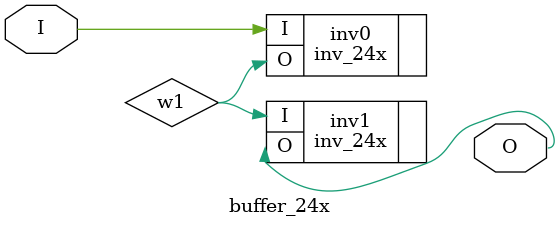
<source format=v>

module buffer_24x(I, O);
    input I;
    output wire O;

    wire w1;

    inv_24x inv0(.I(I), .O(w1));
    inv_24x inv1(.I(w1), .O(O));
endmodule
</source>
